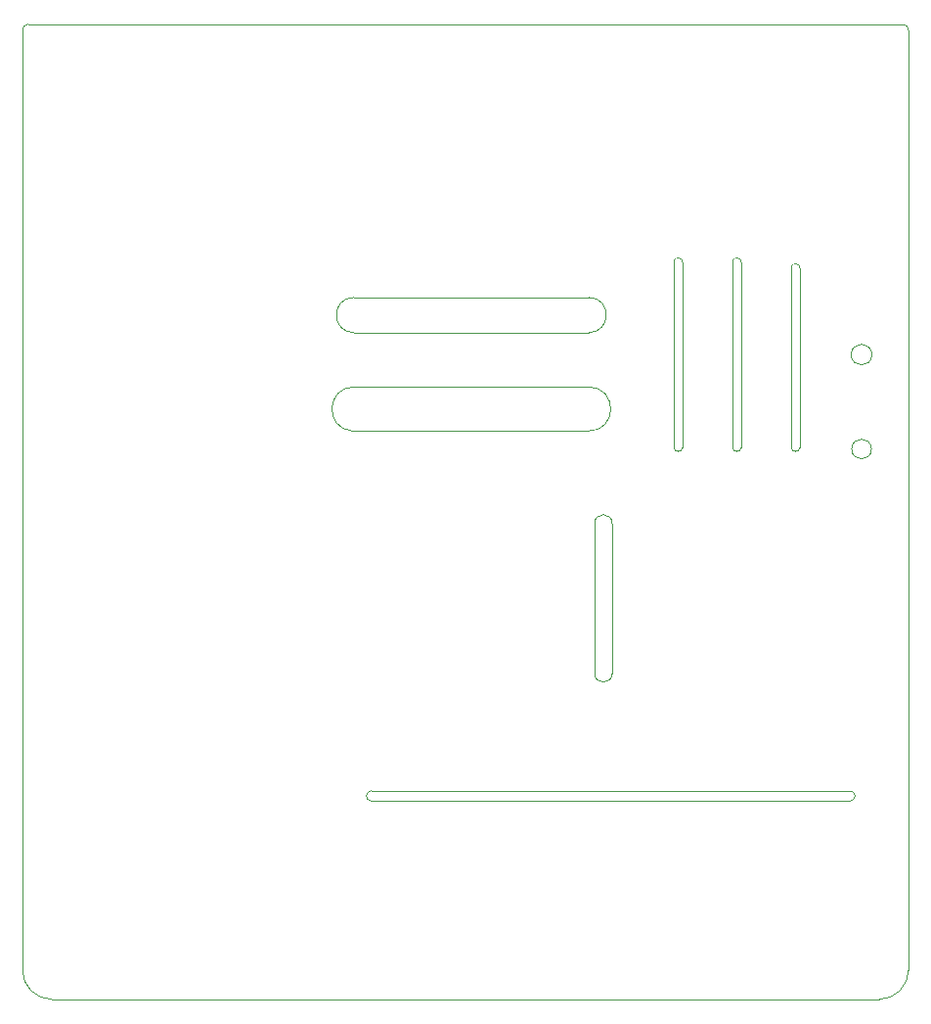
<source format=gbr>
G04 #@! TF.GenerationSoftware,KiCad,Pcbnew,(5.1.6)-1*
G04 #@! TF.CreationDate,2021-11-13T02:39:41+01:00*
G04 #@! TF.ProjectId,hamodule,68616d6f-6475-46c6-952e-6b696361645f,rev?*
G04 #@! TF.SameCoordinates,Original*
G04 #@! TF.FileFunction,Profile,NP*
%FSLAX46Y46*%
G04 Gerber Fmt 4.6, Leading zero omitted, Abs format (unit mm)*
G04 Created by KiCad (PCBNEW (5.1.6)-1) date 2021-11-13 02:39:41*
%MOMM*%
%LPD*%
G01*
G04 APERTURE LIST*
G04 #@! TA.AperFunction,Profile*
%ADD10C,0.050000*%
G04 #@! TD*
G04 #@! TA.AperFunction,Profile*
%ADD11C,0.100000*%
G04 #@! TD*
G04 APERTURE END LIST*
D10*
X153860500Y-94043500D02*
G75*
G02*
X153860500Y-90995500I0J1524000D01*
G01*
X174180500Y-90995500D02*
G75*
G02*
X174180500Y-94043500I0J-1524000D01*
G01*
X196786500Y-133667500D02*
G75*
G02*
X196786500Y-134556500I0J-444500D01*
G01*
X155384500Y-134556500D02*
G75*
G02*
X155384500Y-133667500I0J444500D01*
G01*
X192468500Y-103949500D02*
G75*
G02*
X191706500Y-103949500I-381000J0D01*
G01*
D11*
X192468500Y-88455500D02*
X192468500Y-103949500D01*
X191706500Y-103949500D02*
X191706500Y-88455500D01*
D10*
X191706500Y-88455500D02*
G75*
G02*
X192468500Y-88455500I381000J0D01*
G01*
X187388500Y-103949500D02*
G75*
G02*
X186626500Y-103949500I-381000J0D01*
G01*
D11*
X187388500Y-87947500D02*
X187388500Y-103949500D01*
X186626500Y-103949500D02*
X186626500Y-87947500D01*
D10*
X186626500Y-87947500D02*
G75*
G02*
X187388500Y-87947500I381000J0D01*
G01*
X181546500Y-87947500D02*
G75*
G02*
X182308500Y-87947500I381000J0D01*
G01*
X182308500Y-103949500D02*
G75*
G02*
X181546500Y-103949500I-381000J0D01*
G01*
D11*
X182308500Y-87947500D02*
X182308500Y-103949500D01*
X181546500Y-103949500D02*
X181546500Y-87947500D01*
X174180500Y-94043500D02*
X153860500Y-94043500D01*
X153860500Y-90995500D02*
X174180500Y-90995500D01*
D10*
X125158500Y-67881500D02*
G75*
G02*
X125666500Y-67373500I508000J0D01*
G01*
X176212500Y-123507500D02*
G75*
G02*
X174688500Y-123507500I-762000J0D01*
G01*
X174688500Y-110553500D02*
G75*
G02*
X176212500Y-110553500I762000J0D01*
G01*
D11*
X176212500Y-110553500D02*
X176212500Y-123507500D01*
X174688500Y-123507500D02*
X174688500Y-110553500D01*
X155384500Y-133667500D02*
X196786500Y-133667500D01*
X196786500Y-134556500D02*
X155384500Y-134556500D01*
D10*
X174180500Y-98742500D02*
G75*
G02*
X174180500Y-102552500I0J-1905000D01*
G01*
X201358500Y-67373500D02*
G75*
G02*
X201866500Y-67881500I0J-508000D01*
G01*
X201866500Y-149161500D02*
G75*
G02*
X199326500Y-151701500I-2540000J0D01*
G01*
X127698500Y-151701500D02*
G75*
G02*
X125158500Y-149161500I0J2540000D01*
G01*
X198656805Y-104111195D02*
G75*
G03*
X198656805Y-104111195I-854305J0D01*
G01*
X198700526Y-95948500D02*
G75*
G03*
X198700526Y-95948500I-898026J0D01*
G01*
X153714905Y-102546928D02*
G75*
G02*
X153860500Y-98742500I145595J1899428D01*
G01*
D11*
X153860500Y-98742500D02*
X174180500Y-98742500D01*
X174180500Y-102552500D02*
X153714905Y-102546928D01*
D10*
X125158500Y-149161500D02*
X125158500Y-67881500D01*
X201358500Y-67373500D02*
X125666500Y-67373500D01*
X199326500Y-151701500D02*
X127698500Y-151701500D01*
X201866500Y-149161500D02*
X201866500Y-67881500D01*
M02*

</source>
